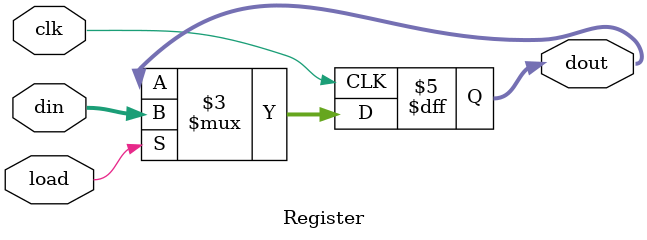
<source format=v>
module Register( din, clk, load, dout );

output reg [10:0] dout = 0;
input [10:0] din ;
input clk ;
input load ;

always @ (posedge clk) 
begin
 if (load)
  dout <= din;		
end
endmodule  

</source>
